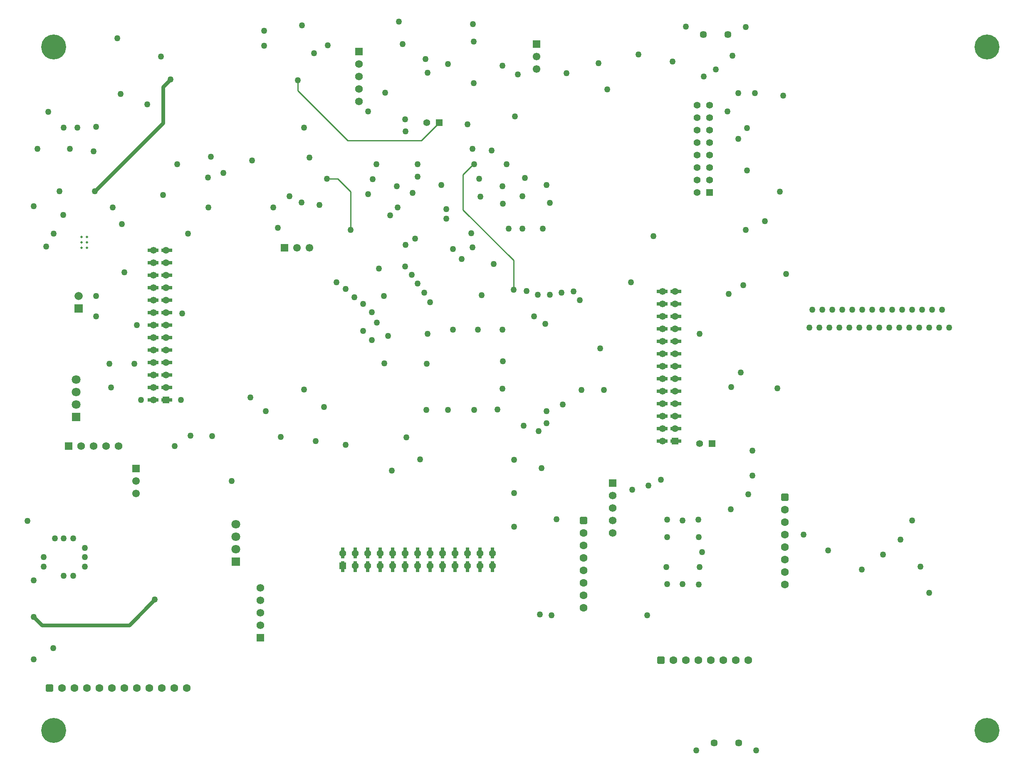
<source format=gbr>
%TF.GenerationSoftware,Altium Limited,Altium Designer,23.9.2 (47)*%
G04 Layer_Physical_Order=6*
G04 Layer_Color=16711680*
%FSLAX45Y45*%
%MOMM*%
%TF.SameCoordinates,7747E0AE-D8E6-467E-A507-EEFEC3D8B4F9*%
%TF.FilePolarity,Positive*%
%TF.FileFunction,Copper,L6,Bot,Signal*%
%TF.Part,Single*%
G01*
G75*
%TA.AperFunction,Conductor*%
%ADD11C,0.25400*%
%ADD12C,0.76200*%
%TA.AperFunction,ComponentPad*%
%ADD86C,1.57000*%
%ADD87R,1.57000X1.57000*%
%ADD88R,1.57000X1.57000*%
%ADD89C,1.45000*%
%ADD90C,1.60000*%
G04:AMPARAMS|DCode=91|XSize=1.6mm|YSize=1.6mm|CornerRadius=0.4mm|HoleSize=0mm|Usage=FLASHONLY|Rotation=0.000|XOffset=0mm|YOffset=0mm|HoleType=Round|Shape=RoundedRectangle|*
%AMROUNDEDRECTD91*
21,1,1.60000,0.80000,0,0,0.0*
21,1,0.80000,1.60000,0,0,0.0*
1,1,0.80000,0.40000,-0.40000*
1,1,0.80000,-0.40000,-0.40000*
1,1,0.80000,-0.40000,0.40000*
1,1,0.80000,0.40000,0.40000*
%
%ADD91ROUNDEDRECTD91*%
G04:AMPARAMS|DCode=92|XSize=1.6mm|YSize=1.6mm|CornerRadius=0.4mm|HoleSize=0mm|Usage=FLASHONLY|Rotation=270.000|XOffset=0mm|YOffset=0mm|HoleType=Round|Shape=RoundedRectangle|*
%AMROUNDEDRECTD92*
21,1,1.60000,0.80000,0,0,270.0*
21,1,0.80000,1.60000,0,0,270.0*
1,1,0.80000,-0.40000,-0.40000*
1,1,0.80000,-0.40000,0.40000*
1,1,0.80000,0.40000,0.40000*
1,1,0.80000,0.40000,-0.40000*
%
%ADD92ROUNDEDRECTD92*%
%TA.AperFunction,ViaPad*%
%ADD93C,5.08000*%
%TA.AperFunction,ComponentPad*%
%ADD94C,1.67000*%
%ADD95R,1.67000X1.67000*%
%ADD96R,1.40000X1.40000*%
%ADD97C,1.40000*%
%ADD98R,1.39000X1.39000*%
%ADD99R,1.38900X1.38900*%
%ADD100C,1.38900*%
%ADD101R,1.39000X1.39000*%
%ADD102R,1.80000X1.80000*%
%ADD103C,1.80000*%
%ADD104R,1.55000X1.55000*%
%ADD105C,1.55000*%
%ADD106R,1.55000X1.55000*%
%TA.AperFunction,ViaPad*%
%ADD107C,1.27000*%
%ADD108C,0.50000*%
%ADD109C,1.39000*%
%TA.AperFunction,SMDPad,CuDef*%
%ADD110R,2.29000X0.76000*%
%ADD111R,0.76000X2.29000*%
D11*
X11976100Y16230600D02*
Y16446500D01*
Y16230600D02*
X12992101Y15214600D01*
X14490700D02*
X14859000Y15582899D01*
X12992101Y15214600D02*
X14490700D01*
X15341600Y13804900D02*
Y14523540D01*
X15550061Y14732001D01*
X15570200D01*
X12788900Y14439900D02*
X13055600Y14173199D01*
X12573000Y14439900D02*
X12788900D01*
X13055600Y13398500D02*
Y14173199D01*
X16370300Y12179300D02*
Y12776200D01*
X15341600Y13804900D02*
X16370300Y12776200D01*
D12*
X7848600Y14185899D02*
X9232900Y15570200D01*
Y16306799D01*
X9385300Y16459200D01*
X6769100Y5346700D02*
X8547100D01*
X9067800Y5867400D01*
X6604000Y5511800D02*
X6769100Y5346700D01*
D86*
X18389600Y7226300D02*
D03*
Y7480300D02*
D03*
Y7734300D02*
D03*
Y7988300D02*
D03*
X13220700Y16014700D02*
D03*
Y16268700D02*
D03*
Y16522701D02*
D03*
Y16776700D02*
D03*
X8331200Y8991600D02*
D03*
X8077200D02*
D03*
X7823200D02*
D03*
X7569200D02*
D03*
X11214100Y6108700D02*
D03*
Y5854700D02*
D03*
Y5600700D02*
D03*
Y5346700D02*
D03*
D87*
X18389600Y8242300D02*
D03*
X13220700Y17030701D02*
D03*
X11214100Y5092700D02*
D03*
D88*
X7315200Y8991600D02*
D03*
D89*
X20952602Y2949702D02*
D03*
X20452603D02*
D03*
X20735100Y17378300D02*
D03*
X20235100D02*
D03*
D90*
X9715500Y4064000D02*
D03*
X9461500D02*
D03*
X9207500D02*
D03*
X8699500D02*
D03*
X8445500D02*
D03*
X7937500D02*
D03*
X7429500D02*
D03*
X7175500D02*
D03*
X7683500D02*
D03*
X8191500D02*
D03*
X8953500D02*
D03*
X21894800Y6680200D02*
D03*
Y7188200D02*
D03*
Y7696200D02*
D03*
Y7442200D02*
D03*
Y6934200D02*
D03*
Y6426200D02*
D03*
Y6172200D02*
D03*
X20637500Y4635500D02*
D03*
X20129500D02*
D03*
X19621500D02*
D03*
X19875500D02*
D03*
X20383501D02*
D03*
X20891499D02*
D03*
X21145500D02*
D03*
X17792700Y6210300D02*
D03*
Y6718300D02*
D03*
Y7226300D02*
D03*
Y6972300D02*
D03*
Y6464300D02*
D03*
Y5956300D02*
D03*
Y5702300D02*
D03*
D91*
X6921500Y4064000D02*
D03*
X19367500Y4635500D02*
D03*
D92*
X21894800Y7950200D02*
D03*
X17792700Y7480300D02*
D03*
D93*
X26009601Y17119600D02*
D03*
Y3200400D02*
D03*
X7010400D02*
D03*
Y17119600D02*
D03*
D94*
X7518400Y12052300D02*
D03*
D95*
Y11798300D02*
D03*
D96*
X20408897Y9042400D02*
D03*
X14859000Y15582899D02*
D03*
D97*
X20154898Y9042400D02*
D03*
X14605000Y15582899D02*
D03*
D98*
X9296600Y9931400D02*
D03*
X19659801Y9093200D02*
D03*
D99*
X20358099Y14160500D02*
D03*
D100*
Y14414500D02*
D03*
Y14668500D02*
D03*
Y14922501D02*
D03*
Y15176500D02*
D03*
Y15430499D02*
D03*
Y15684500D02*
D03*
Y15938499D02*
D03*
X20104100Y14160500D02*
D03*
Y14414500D02*
D03*
Y14668500D02*
D03*
Y14922501D02*
D03*
Y15176500D02*
D03*
Y15430499D02*
D03*
Y15684500D02*
D03*
Y15938499D02*
D03*
D101*
X12890500Y6553000D02*
D03*
D102*
X7467600Y9588500D02*
D03*
X10718798Y6642100D02*
D03*
D103*
X7467600Y9842500D02*
D03*
Y10096500D02*
D03*
Y10350500D02*
D03*
X10718798Y7404100D02*
D03*
Y7150100D02*
D03*
Y6896100D02*
D03*
D104*
X8686800Y8534400D02*
D03*
X16840199Y17183099D02*
D03*
D105*
X8686800Y8280400D02*
D03*
Y8026400D02*
D03*
X16840199Y16675101D02*
D03*
Y16929100D02*
D03*
X12217400Y13030200D02*
D03*
X11963400D02*
D03*
D106*
X11709400D02*
D03*
D107*
X8210550Y13855701D02*
D03*
X8445500Y12534900D02*
D03*
X6604000Y13881100D02*
D03*
X6858000Y13055600D02*
D03*
X7200900Y13703300D02*
D03*
X7010400Y13322301D02*
D03*
X8394700Y13512801D02*
D03*
X18910300Y16967200D02*
D03*
X21793201Y14173199D02*
D03*
X21094701Y13398500D02*
D03*
X20942300Y15252699D02*
D03*
X21120100Y14605000D02*
D03*
X21488400Y13576300D02*
D03*
X24828500Y6007100D02*
D03*
X8305800Y17297400D02*
D03*
X23456900Y6477000D02*
D03*
X23888699Y6781800D02*
D03*
X22771100Y6870700D02*
D03*
X17145000Y5549900D02*
D03*
X16903700Y5562600D02*
D03*
X18757899Y12331700D02*
D03*
X19215100Y13271500D02*
D03*
X17348199Y12115800D02*
D03*
X17589500Y12141200D02*
D03*
X17716499Y11963400D02*
D03*
X15963901Y12700000D02*
D03*
X15722600Y12065000D02*
D03*
X15316200Y12801601D02*
D03*
X15532100Y13042900D02*
D03*
X16789400Y11633200D02*
D03*
X8648700Y10668000D02*
D03*
X8140700D02*
D03*
X21310600Y2794000D02*
D03*
X20091400D02*
D03*
X21094701Y17525999D02*
D03*
X15544800Y17589500D02*
D03*
X21234399Y8394700D02*
D03*
Y8902700D02*
D03*
X7874000Y12052300D02*
D03*
X19608800Y16827499D02*
D03*
X18097501Y16789400D02*
D03*
X18275301Y16256000D02*
D03*
X17449800Y16586200D02*
D03*
X20828000Y16941800D02*
D03*
X21856700Y16128999D02*
D03*
X21120100Y15468600D02*
D03*
X20726401Y15811501D02*
D03*
X21285201Y16179800D02*
D03*
X20942300D02*
D03*
X20154900Y11277600D02*
D03*
X20751801Y12090400D02*
D03*
X21043900Y12268200D02*
D03*
X7823200Y14998700D02*
D03*
X7340600Y15049500D02*
D03*
X7213600Y15481300D02*
D03*
X7493000D02*
D03*
X9194800Y16929100D02*
D03*
X8915400Y15951199D02*
D03*
X7124700Y14185899D02*
D03*
X7874000Y11633200D02*
D03*
X9385300Y16459200D02*
D03*
X7848600Y14185899D02*
D03*
X8369300Y16167101D02*
D03*
X20485100Y16662399D02*
D03*
X20243800Y16522701D02*
D03*
X24244299Y7086600D02*
D03*
X22275800Y7188200D02*
D03*
X10629900Y8280400D02*
D03*
X10236200Y9194800D02*
D03*
X9474200Y8991600D02*
D03*
X9067800Y5867400D02*
D03*
X11010900Y9982200D02*
D03*
X9791700Y9207500D02*
D03*
X9601200Y9931400D02*
D03*
X13893800Y8496300D02*
D03*
X8178800Y10185400D02*
D03*
X15646400Y11366500D02*
D03*
X11976100Y16446500D02*
D03*
X22390100Y11404600D02*
D03*
X22593300D02*
D03*
X22796500D02*
D03*
X22999699D02*
D03*
X23202901D02*
D03*
X23406100D02*
D03*
X23609300D02*
D03*
X23812500D02*
D03*
X24015700D02*
D03*
X24218900D02*
D03*
X24422099D02*
D03*
X24625301D02*
D03*
X24828500D02*
D03*
X25031700D02*
D03*
X25234900D02*
D03*
X25095200Y11772900D02*
D03*
X24892000D02*
D03*
X24688800D02*
D03*
X24485600D02*
D03*
X24282401D02*
D03*
X24079201D02*
D03*
X23875999D02*
D03*
X23672800D02*
D03*
X23469600D02*
D03*
X23266400D02*
D03*
X23063200D02*
D03*
X22860001D02*
D03*
X22656799D02*
D03*
X22453600D02*
D03*
X21145500Y8013700D02*
D03*
X12306300Y16992599D02*
D03*
X12065000Y17564101D02*
D03*
X15925800Y15011400D02*
D03*
X16395700Y15709900D02*
D03*
X15430499Y15544800D02*
D03*
X12217400Y14871700D02*
D03*
X11290198Y17454703D02*
D03*
X12585700Y17157700D02*
D03*
X15570200Y14732001D02*
D03*
X16230600D02*
D03*
X14414500D02*
D03*
X13576300D02*
D03*
X13500101Y14427200D02*
D03*
X15532100Y15049500D02*
D03*
X12103100Y15481300D02*
D03*
X14173199Y15405099D02*
D03*
X13411200Y15811501D02*
D03*
X14160500Y15646400D02*
D03*
X14109700Y17183099D02*
D03*
X14033501Y17640300D02*
D03*
X6604000Y5511800D02*
D03*
Y4648200D02*
D03*
X6997700Y4876800D02*
D03*
X9740900Y13322301D02*
D03*
X9232900Y14109700D02*
D03*
X9525000Y14732001D02*
D03*
X10160000Y13855701D02*
D03*
X7874000Y15494000D02*
D03*
X16459200Y16560800D02*
D03*
X12344400Y9093200D02*
D03*
X11633200Y9182100D02*
D03*
X11328400Y9702800D02*
D03*
X12509500Y9791700D02*
D03*
X8788400Y9931400D02*
D03*
X16383000Y7353300D02*
D03*
X21920200Y12496800D02*
D03*
X20993100Y10490200D02*
D03*
X21742400Y10172700D02*
D03*
X20802600Y10198100D02*
D03*
X12103100Y10147300D02*
D03*
X12953999Y9017000D02*
D03*
X14465300Y8724900D02*
D03*
X13055600Y13398500D02*
D03*
X10147300Y14465300D02*
D03*
X10464800Y14554201D02*
D03*
X11049000Y14808200D02*
D03*
X11569700Y13436600D02*
D03*
X12420600Y13906500D02*
D03*
X10210800Y14884399D02*
D03*
X6896100Y15798801D02*
D03*
X6680200Y15049500D02*
D03*
X11480800Y13855701D02*
D03*
X12573000Y14439900D02*
D03*
X8699500Y11455400D02*
D03*
X9626600Y11696700D02*
D03*
X18211800Y10134600D02*
D03*
X18135600Y10985500D02*
D03*
X17754601Y10134600D02*
D03*
X16154401Y10718800D02*
D03*
X16141701Y10160000D02*
D03*
X16573500Y9410700D02*
D03*
X16878300Y9296400D02*
D03*
X17373599Y9842500D02*
D03*
X17043401Y9461500D02*
D03*
Y9702800D02*
D03*
X17246600Y7505700D02*
D03*
X16383000Y8712200D02*
D03*
Y8039100D02*
D03*
X13487399Y11722100D02*
D03*
X13309599Y11887200D02*
D03*
X13131799Y12026900D02*
D03*
X12953999Y12192000D02*
D03*
X12763500Y12331700D02*
D03*
X13817599Y11239500D02*
D03*
X13487399Y11150600D02*
D03*
X13309599Y11341100D02*
D03*
X13741400Y10680700D02*
D03*
X15512833Y13328433D02*
D03*
X16548100Y13423900D02*
D03*
X14363699Y13220700D02*
D03*
X14173199Y13093700D02*
D03*
X13855701Y13690601D02*
D03*
X14998700Y13817599D02*
D03*
Y13627100D02*
D03*
X14160500Y12649200D02*
D03*
X14300200Y12484100D02*
D03*
X14414500Y12306300D02*
D03*
X14554201Y12115800D02*
D03*
X14668500Y11925300D02*
D03*
X15138400Y13004800D02*
D03*
Y11366500D02*
D03*
X16370300Y12179300D02*
D03*
X16637000Y12153900D02*
D03*
X16865601Y12077700D02*
D03*
X17106900D02*
D03*
X16268700Y13423900D02*
D03*
X17017999Y11480800D02*
D03*
X16548100Y14084300D02*
D03*
X13728700Y12052300D02*
D03*
X13627100Y12611100D02*
D03*
X14605000Y10668000D02*
D03*
X13589000Y11506200D02*
D03*
X11811000Y14084300D02*
D03*
X12052300Y13957300D02*
D03*
X16040100Y9740900D02*
D03*
X15036800Y9728200D02*
D03*
X15570200D02*
D03*
X20789900Y7708900D02*
D03*
X16941800Y8547100D02*
D03*
X11290198Y17149902D02*
D03*
X6604000Y6261100D02*
D03*
X24485600Y7480300D02*
D03*
X24650700Y6540500D02*
D03*
X19088100Y5549900D02*
D03*
X20205701Y6832600D02*
D03*
X19481799Y6527800D02*
D03*
X19367500Y8305800D02*
D03*
X19113499Y8191500D02*
D03*
X18783299Y8102600D02*
D03*
X19875500Y17538699D02*
D03*
X15557500Y16383000D02*
D03*
Y17233900D02*
D03*
X16141701Y16738600D02*
D03*
Y11366500D02*
D03*
X14617700Y16598900D02*
D03*
X14897099Y14312900D02*
D03*
X14414500Y14478000D02*
D03*
X14312900Y14147800D02*
D03*
X15697200Y14071600D02*
D03*
X13754100Y16192500D02*
D03*
X16967200Y13423900D02*
D03*
X17106900Y13944600D02*
D03*
X16154401Y13931900D02*
D03*
X14008099Y13855701D02*
D03*
X15036800Y16776700D02*
D03*
X14579601Y16878300D02*
D03*
X17043401Y14312900D02*
D03*
X16141701Y14287500D02*
D03*
X13995399D02*
D03*
X16598900Y14452600D02*
D03*
X15671800Y14439900D02*
D03*
X13411200Y14122400D02*
D03*
X14617700Y11277600D02*
D03*
X19812000Y6184900D02*
D03*
X20142200Y6172200D02*
D03*
X19494501Y6184900D02*
D03*
X20154900Y6527800D02*
D03*
X20142200Y7137400D02*
D03*
X19494501D02*
D03*
X19812000Y7480300D02*
D03*
X20129500Y7493000D02*
D03*
X19494501D02*
D03*
X14185899Y9169400D02*
D03*
X14592300Y9728200D02*
D03*
X6477000Y7467600D02*
D03*
X7645400Y6540500D02*
D03*
X6807200D02*
D03*
X7213600Y7112000D02*
D03*
Y6350000D02*
D03*
X7645400Y6731000D02*
D03*
Y6921500D02*
D03*
X6807200Y6731000D02*
D03*
X7404100Y7112000D02*
D03*
X7035800D02*
D03*
X7404100Y6350000D02*
D03*
D108*
X7687700Y13034500D02*
D03*
X7577700D02*
D03*
X7687700Y13144501D02*
D03*
X7577700D02*
D03*
X7687700Y13254500D02*
D03*
X7577700D02*
D03*
D109*
X9042600Y12979401D02*
D03*
Y12725400D02*
D03*
Y12471400D02*
D03*
Y12217400D02*
D03*
Y11963400D02*
D03*
Y11709400D02*
D03*
Y11455400D02*
D03*
Y11201400D02*
D03*
Y10947400D02*
D03*
Y10693400D02*
D03*
Y10439400D02*
D03*
Y10185400D02*
D03*
Y9931400D02*
D03*
X9296600Y12979401D02*
D03*
Y12725400D02*
D03*
Y12471400D02*
D03*
Y12217400D02*
D03*
Y11963400D02*
D03*
Y11709400D02*
D03*
Y11455400D02*
D03*
Y11201400D02*
D03*
Y10947400D02*
D03*
Y10693400D02*
D03*
Y10439400D02*
D03*
Y10185400D02*
D03*
X19405800Y12141200D02*
D03*
Y11887200D02*
D03*
Y11633200D02*
D03*
Y11379200D02*
D03*
Y11125200D02*
D03*
Y10871200D02*
D03*
Y10617200D02*
D03*
Y10363200D02*
D03*
Y10109200D02*
D03*
Y9855200D02*
D03*
Y9601200D02*
D03*
Y9347200D02*
D03*
Y9093200D02*
D03*
X19659801Y12141200D02*
D03*
Y11887200D02*
D03*
Y11633200D02*
D03*
Y11379200D02*
D03*
Y11125200D02*
D03*
Y10871200D02*
D03*
Y10617200D02*
D03*
Y10363200D02*
D03*
Y10109200D02*
D03*
Y9855200D02*
D03*
Y9601200D02*
D03*
Y9347200D02*
D03*
X15938499Y6807000D02*
D03*
X15684500D02*
D03*
X15430499D02*
D03*
X15176500D02*
D03*
X14922501D02*
D03*
X14668500D02*
D03*
X14414500D02*
D03*
X14160500D02*
D03*
X13906500D02*
D03*
X13652499D02*
D03*
X13398500D02*
D03*
X13144501D02*
D03*
X12890500D02*
D03*
X15938499Y6553000D02*
D03*
X15684500D02*
D03*
X15430499D02*
D03*
X15176500D02*
D03*
X14922501D02*
D03*
X14668500D02*
D03*
X14414500D02*
D03*
X14160500D02*
D03*
X13906500D02*
D03*
X13652499D02*
D03*
X13398500D02*
D03*
X13144501D02*
D03*
D110*
X9030100Y12979401D02*
D03*
Y12725400D02*
D03*
Y12471400D02*
D03*
Y12217400D02*
D03*
Y11963400D02*
D03*
Y11709400D02*
D03*
Y11455400D02*
D03*
Y11201400D02*
D03*
Y10947400D02*
D03*
Y10693400D02*
D03*
Y10439400D02*
D03*
Y10185400D02*
D03*
Y9931400D02*
D03*
X9309100Y12979401D02*
D03*
Y12725400D02*
D03*
Y12471400D02*
D03*
Y12217400D02*
D03*
Y11963400D02*
D03*
Y11709400D02*
D03*
Y11455400D02*
D03*
Y11201400D02*
D03*
Y10947400D02*
D03*
Y10693400D02*
D03*
Y10439400D02*
D03*
Y10185400D02*
D03*
Y9931400D02*
D03*
X19393300Y12141200D02*
D03*
Y11887200D02*
D03*
Y11633200D02*
D03*
Y11379200D02*
D03*
Y11125200D02*
D03*
Y10871200D02*
D03*
Y10617200D02*
D03*
Y10363200D02*
D03*
Y10109200D02*
D03*
Y9855200D02*
D03*
Y9601200D02*
D03*
Y9347200D02*
D03*
Y9093200D02*
D03*
X19672301Y12141200D02*
D03*
Y11887200D02*
D03*
Y11633200D02*
D03*
Y11379200D02*
D03*
Y11125200D02*
D03*
Y10871200D02*
D03*
Y10617200D02*
D03*
Y10363200D02*
D03*
Y10109200D02*
D03*
Y9855200D02*
D03*
Y9601200D02*
D03*
Y9347200D02*
D03*
Y9093200D02*
D03*
D111*
X15938499Y6540500D02*
D03*
Y6819500D02*
D03*
X15684500D02*
D03*
X15430499D02*
D03*
X15176500D02*
D03*
X14922501D02*
D03*
X14668500D02*
D03*
X14414500D02*
D03*
X14160500D02*
D03*
X13906500D02*
D03*
X13652499D02*
D03*
X13398500D02*
D03*
X13144501D02*
D03*
X12890500D02*
D03*
X15684500Y6540500D02*
D03*
X15430499D02*
D03*
X15176500D02*
D03*
X14922501D02*
D03*
X14668500D02*
D03*
X14414500D02*
D03*
X14160500D02*
D03*
X13906500D02*
D03*
X13652499D02*
D03*
X13398500D02*
D03*
X13144501D02*
D03*
X12890500D02*
D03*
%TF.MD5,b6ebd7f670a07bff9edc87db64d022ad*%
M02*

</source>
